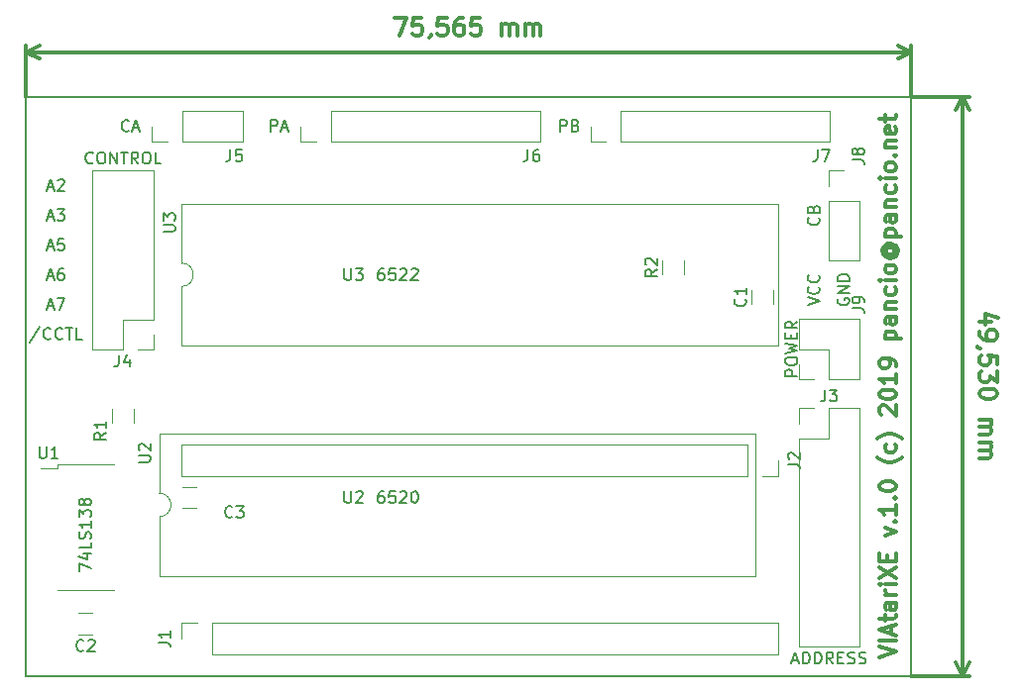
<source format=gbr>
G04 #@! TF.GenerationSoftware,KiCad,Pcbnew,5.0.2-bee76a0~70~ubuntu16.04.1*
G04 #@! TF.CreationDate,2019-06-09T21:59:07+02:00*
G04 #@! TF.ProjectId,VIAxe,56494178-652e-46b6-9963-61645f706362,rev?*
G04 #@! TF.SameCoordinates,Original*
G04 #@! TF.FileFunction,Legend,Top*
G04 #@! TF.FilePolarity,Positive*
%FSLAX46Y46*%
G04 Gerber Fmt 4.6, Leading zero omitted, Abs format (unit mm)*
G04 Created by KiCad (PCBNEW 5.0.2-bee76a0~70~ubuntu16.04.1) date nie, 9 cze 2019, 21:59:07*
%MOMM*%
%LPD*%
G01*
G04 APERTURE LIST*
%ADD10C,0.300000*%
%ADD11C,0.200000*%
%ADD12C,0.120000*%
%ADD13C,0.150000*%
G04 APERTURE END LIST*
D10*
X63881785Y-42798571D02*
X64881785Y-42798571D01*
X64238928Y-44298571D01*
X66167500Y-42798571D02*
X65453214Y-42798571D01*
X65381785Y-43512857D01*
X65453214Y-43441428D01*
X65596071Y-43370000D01*
X65953214Y-43370000D01*
X66096071Y-43441428D01*
X66167500Y-43512857D01*
X66238928Y-43655714D01*
X66238928Y-44012857D01*
X66167500Y-44155714D01*
X66096071Y-44227142D01*
X65953214Y-44298571D01*
X65596071Y-44298571D01*
X65453214Y-44227142D01*
X65381785Y-44155714D01*
X66953214Y-44227142D02*
X66953214Y-44298571D01*
X66881785Y-44441428D01*
X66810357Y-44512857D01*
X68310357Y-42798571D02*
X67596071Y-42798571D01*
X67524642Y-43512857D01*
X67596071Y-43441428D01*
X67738928Y-43370000D01*
X68096071Y-43370000D01*
X68238928Y-43441428D01*
X68310357Y-43512857D01*
X68381785Y-43655714D01*
X68381785Y-44012857D01*
X68310357Y-44155714D01*
X68238928Y-44227142D01*
X68096071Y-44298571D01*
X67738928Y-44298571D01*
X67596071Y-44227142D01*
X67524642Y-44155714D01*
X69667500Y-42798571D02*
X69381785Y-42798571D01*
X69238928Y-42870000D01*
X69167500Y-42941428D01*
X69024642Y-43155714D01*
X68953214Y-43441428D01*
X68953214Y-44012857D01*
X69024642Y-44155714D01*
X69096071Y-44227142D01*
X69238928Y-44298571D01*
X69524642Y-44298571D01*
X69667500Y-44227142D01*
X69738928Y-44155714D01*
X69810357Y-44012857D01*
X69810357Y-43655714D01*
X69738928Y-43512857D01*
X69667500Y-43441428D01*
X69524642Y-43370000D01*
X69238928Y-43370000D01*
X69096071Y-43441428D01*
X69024642Y-43512857D01*
X68953214Y-43655714D01*
X71167500Y-42798571D02*
X70453214Y-42798571D01*
X70381785Y-43512857D01*
X70453214Y-43441428D01*
X70596071Y-43370000D01*
X70953214Y-43370000D01*
X71096071Y-43441428D01*
X71167500Y-43512857D01*
X71238928Y-43655714D01*
X71238928Y-44012857D01*
X71167500Y-44155714D01*
X71096071Y-44227142D01*
X70953214Y-44298571D01*
X70596071Y-44298571D01*
X70453214Y-44227142D01*
X70381785Y-44155714D01*
X73024642Y-44298571D02*
X73024642Y-43298571D01*
X73024642Y-43441428D02*
X73096071Y-43370000D01*
X73238928Y-43298571D01*
X73453214Y-43298571D01*
X73596071Y-43370000D01*
X73667500Y-43512857D01*
X73667500Y-44298571D01*
X73667500Y-43512857D02*
X73738928Y-43370000D01*
X73881785Y-43298571D01*
X74096071Y-43298571D01*
X74238928Y-43370000D01*
X74310357Y-43512857D01*
X74310357Y-44298571D01*
X75024642Y-44298571D02*
X75024642Y-43298571D01*
X75024642Y-43441428D02*
X75096071Y-43370000D01*
X75238928Y-43298571D01*
X75453214Y-43298571D01*
X75596071Y-43370000D01*
X75667500Y-43512857D01*
X75667500Y-44298571D01*
X75667500Y-43512857D02*
X75738928Y-43370000D01*
X75881785Y-43298571D01*
X76096071Y-43298571D01*
X76238928Y-43370000D01*
X76310357Y-43512857D01*
X76310357Y-44298571D01*
X32385000Y-45720000D02*
X107950000Y-45720000D01*
X32385000Y-49530000D02*
X32385000Y-45133579D01*
X107950000Y-49530000D02*
X107950000Y-45133579D01*
X107950000Y-45720000D02*
X106823496Y-46306421D01*
X107950000Y-45720000D02*
X106823496Y-45133579D01*
X32385000Y-45720000D02*
X33511504Y-46306421D01*
X32385000Y-45720000D02*
X33511504Y-45133579D01*
X114816428Y-68795000D02*
X113816428Y-68795000D01*
X115387857Y-68437857D02*
X114316428Y-68080714D01*
X114316428Y-69009285D01*
X113816428Y-69652142D02*
X113816428Y-69937857D01*
X113887857Y-70080714D01*
X113959285Y-70152142D01*
X114173571Y-70295000D01*
X114459285Y-70366428D01*
X115030714Y-70366428D01*
X115173571Y-70295000D01*
X115245000Y-70223571D01*
X115316428Y-70080714D01*
X115316428Y-69795000D01*
X115245000Y-69652142D01*
X115173571Y-69580714D01*
X115030714Y-69509285D01*
X114673571Y-69509285D01*
X114530714Y-69580714D01*
X114459285Y-69652142D01*
X114387857Y-69795000D01*
X114387857Y-70080714D01*
X114459285Y-70223571D01*
X114530714Y-70295000D01*
X114673571Y-70366428D01*
X113887857Y-71080714D02*
X113816428Y-71080714D01*
X113673571Y-71009285D01*
X113602142Y-70937857D01*
X115316428Y-72437857D02*
X115316428Y-71723571D01*
X114602142Y-71652142D01*
X114673571Y-71723571D01*
X114745000Y-71866428D01*
X114745000Y-72223571D01*
X114673571Y-72366428D01*
X114602142Y-72437857D01*
X114459285Y-72509285D01*
X114102142Y-72509285D01*
X113959285Y-72437857D01*
X113887857Y-72366428D01*
X113816428Y-72223571D01*
X113816428Y-71866428D01*
X113887857Y-71723571D01*
X113959285Y-71652142D01*
X115316428Y-73009285D02*
X115316428Y-73937857D01*
X114745000Y-73437857D01*
X114745000Y-73652142D01*
X114673571Y-73795000D01*
X114602142Y-73866428D01*
X114459285Y-73937857D01*
X114102142Y-73937857D01*
X113959285Y-73866428D01*
X113887857Y-73795000D01*
X113816428Y-73652142D01*
X113816428Y-73223571D01*
X113887857Y-73080714D01*
X113959285Y-73009285D01*
X115316428Y-74866428D02*
X115316428Y-75009285D01*
X115245000Y-75152142D01*
X115173571Y-75223571D01*
X115030714Y-75295000D01*
X114745000Y-75366428D01*
X114387857Y-75366428D01*
X114102142Y-75295000D01*
X113959285Y-75223571D01*
X113887857Y-75152142D01*
X113816428Y-75009285D01*
X113816428Y-74866428D01*
X113887857Y-74723571D01*
X113959285Y-74652142D01*
X114102142Y-74580714D01*
X114387857Y-74509285D01*
X114745000Y-74509285D01*
X115030714Y-74580714D01*
X115173571Y-74652142D01*
X115245000Y-74723571D01*
X115316428Y-74866428D01*
X113816428Y-77152142D02*
X114816428Y-77152142D01*
X114673571Y-77152142D02*
X114745000Y-77223571D01*
X114816428Y-77366428D01*
X114816428Y-77580714D01*
X114745000Y-77723571D01*
X114602142Y-77795000D01*
X113816428Y-77795000D01*
X114602142Y-77795000D02*
X114745000Y-77866428D01*
X114816428Y-78009285D01*
X114816428Y-78223571D01*
X114745000Y-78366428D01*
X114602142Y-78437857D01*
X113816428Y-78437857D01*
X113816428Y-79152142D02*
X114816428Y-79152142D01*
X114673571Y-79152142D02*
X114745000Y-79223571D01*
X114816428Y-79366428D01*
X114816428Y-79580714D01*
X114745000Y-79723571D01*
X114602142Y-79795000D01*
X113816428Y-79795000D01*
X114602142Y-79795000D02*
X114745000Y-79866428D01*
X114816428Y-80009285D01*
X114816428Y-80223571D01*
X114745000Y-80366428D01*
X114602142Y-80437857D01*
X113816428Y-80437857D01*
X112395000Y-49530000D02*
X112395000Y-99060000D01*
X107950000Y-49530000D02*
X112981421Y-49530000D01*
X107950000Y-99060000D02*
X112981421Y-99060000D01*
X112395000Y-99060000D02*
X111808579Y-97933496D01*
X112395000Y-99060000D02*
X112981421Y-97933496D01*
X112395000Y-49530000D02*
X111808579Y-50656504D01*
X112395000Y-49530000D02*
X112981421Y-50656504D01*
D11*
X101735000Y-66801904D02*
X101687380Y-66897142D01*
X101687380Y-67040000D01*
X101735000Y-67182857D01*
X101830238Y-67278095D01*
X101925476Y-67325714D01*
X102115952Y-67373333D01*
X102258809Y-67373333D01*
X102449285Y-67325714D01*
X102544523Y-67278095D01*
X102639761Y-67182857D01*
X102687380Y-67040000D01*
X102687380Y-66944761D01*
X102639761Y-66801904D01*
X102592142Y-66754285D01*
X102258809Y-66754285D01*
X102258809Y-66944761D01*
X102687380Y-66325714D02*
X101687380Y-66325714D01*
X102687380Y-65754285D01*
X101687380Y-65754285D01*
X102687380Y-65278095D02*
X101687380Y-65278095D01*
X101687380Y-65040000D01*
X101735000Y-64897142D01*
X101830238Y-64801904D01*
X101925476Y-64754285D01*
X102115952Y-64706666D01*
X102258809Y-64706666D01*
X102449285Y-64754285D01*
X102544523Y-64801904D01*
X102639761Y-64897142D01*
X102687380Y-65040000D01*
X102687380Y-65278095D01*
X99147380Y-67373333D02*
X100147380Y-67040000D01*
X99147380Y-66706666D01*
X100052142Y-65801904D02*
X100099761Y-65849523D01*
X100147380Y-65992380D01*
X100147380Y-66087619D01*
X100099761Y-66230476D01*
X100004523Y-66325714D01*
X99909285Y-66373333D01*
X99718809Y-66420952D01*
X99575952Y-66420952D01*
X99385476Y-66373333D01*
X99290238Y-66325714D01*
X99195000Y-66230476D01*
X99147380Y-66087619D01*
X99147380Y-65992380D01*
X99195000Y-65849523D01*
X99242619Y-65801904D01*
X100052142Y-64801904D02*
X100099761Y-64849523D01*
X100147380Y-64992380D01*
X100147380Y-65087619D01*
X100099761Y-65230476D01*
X100004523Y-65325714D01*
X99909285Y-65373333D01*
X99718809Y-65420952D01*
X99575952Y-65420952D01*
X99385476Y-65373333D01*
X99290238Y-65325714D01*
X99195000Y-65230476D01*
X99147380Y-65087619D01*
X99147380Y-64992380D01*
X99195000Y-64849523D01*
X99242619Y-64801904D01*
X32385000Y-99060000D02*
X32385000Y-49530000D01*
X107950000Y-99060000D02*
X32385000Y-99060000D01*
X107950000Y-49530000D02*
X107950000Y-99060000D01*
X32385000Y-49530000D02*
X107950000Y-49530000D01*
D10*
X105278333Y-97461666D02*
X106678333Y-96995000D01*
X105278333Y-96528333D01*
X106678333Y-96061666D02*
X105278333Y-96061666D01*
X106278333Y-95461666D02*
X106278333Y-94795000D01*
X106678333Y-95595000D02*
X105278333Y-95128333D01*
X106678333Y-94661666D01*
X105745000Y-94395000D02*
X105745000Y-93861666D01*
X105278333Y-94195000D02*
X106478333Y-94195000D01*
X106611666Y-94128333D01*
X106678333Y-93995000D01*
X106678333Y-93861666D01*
X106678333Y-92795000D02*
X105945000Y-92795000D01*
X105811666Y-92861666D01*
X105745000Y-92995000D01*
X105745000Y-93261666D01*
X105811666Y-93395000D01*
X106611666Y-92795000D02*
X106678333Y-92928333D01*
X106678333Y-93261666D01*
X106611666Y-93395000D01*
X106478333Y-93461666D01*
X106345000Y-93461666D01*
X106211666Y-93395000D01*
X106145000Y-93261666D01*
X106145000Y-92928333D01*
X106078333Y-92795000D01*
X106678333Y-92128333D02*
X105745000Y-92128333D01*
X106011666Y-92128333D02*
X105878333Y-92061666D01*
X105811666Y-91995000D01*
X105745000Y-91861666D01*
X105745000Y-91728333D01*
X106678333Y-91261666D02*
X105745000Y-91261666D01*
X105278333Y-91261666D02*
X105345000Y-91328333D01*
X105411666Y-91261666D01*
X105345000Y-91195000D01*
X105278333Y-91261666D01*
X105411666Y-91261666D01*
X105278333Y-90728333D02*
X106678333Y-89795000D01*
X105278333Y-89795000D02*
X106678333Y-90728333D01*
X105945000Y-89261666D02*
X105945000Y-88795000D01*
X106678333Y-88595000D02*
X106678333Y-89261666D01*
X105278333Y-89261666D01*
X105278333Y-88595000D01*
X105745000Y-87061666D02*
X106678333Y-86728333D01*
X105745000Y-86395000D01*
X106545000Y-85861666D02*
X106611666Y-85795000D01*
X106678333Y-85861666D01*
X106611666Y-85928333D01*
X106545000Y-85861666D01*
X106678333Y-85861666D01*
X106678333Y-84461666D02*
X106678333Y-85261666D01*
X106678333Y-84861666D02*
X105278333Y-84861666D01*
X105478333Y-84995000D01*
X105611666Y-85128333D01*
X105678333Y-85261666D01*
X106545000Y-83861666D02*
X106611666Y-83795000D01*
X106678333Y-83861666D01*
X106611666Y-83928333D01*
X106545000Y-83861666D01*
X106678333Y-83861666D01*
X105278333Y-82928333D02*
X105278333Y-82795000D01*
X105345000Y-82661666D01*
X105411666Y-82595000D01*
X105545000Y-82528333D01*
X105811666Y-82461666D01*
X106145000Y-82461666D01*
X106411666Y-82528333D01*
X106545000Y-82595000D01*
X106611666Y-82661666D01*
X106678333Y-82795000D01*
X106678333Y-82928333D01*
X106611666Y-83061666D01*
X106545000Y-83128333D01*
X106411666Y-83195000D01*
X106145000Y-83261666D01*
X105811666Y-83261666D01*
X105545000Y-83195000D01*
X105411666Y-83128333D01*
X105345000Y-83061666D01*
X105278333Y-82928333D01*
X107211666Y-80395000D02*
X107145000Y-80461666D01*
X106945000Y-80595000D01*
X106811666Y-80661666D01*
X106611666Y-80728333D01*
X106278333Y-80795000D01*
X106011666Y-80795000D01*
X105678333Y-80728333D01*
X105478333Y-80661666D01*
X105345000Y-80595000D01*
X105145000Y-80461666D01*
X105078333Y-80395000D01*
X106611666Y-79261666D02*
X106678333Y-79395000D01*
X106678333Y-79661666D01*
X106611666Y-79795000D01*
X106545000Y-79861666D01*
X106411666Y-79928333D01*
X106011666Y-79928333D01*
X105878333Y-79861666D01*
X105811666Y-79795000D01*
X105745000Y-79661666D01*
X105745000Y-79395000D01*
X105811666Y-79261666D01*
X107211666Y-78795000D02*
X107145000Y-78728333D01*
X106945000Y-78595000D01*
X106811666Y-78528333D01*
X106611666Y-78461666D01*
X106278333Y-78395000D01*
X106011666Y-78395000D01*
X105678333Y-78461666D01*
X105478333Y-78528333D01*
X105345000Y-78595000D01*
X105145000Y-78728333D01*
X105078333Y-78795000D01*
X105411666Y-76728333D02*
X105345000Y-76661666D01*
X105278333Y-76528333D01*
X105278333Y-76195000D01*
X105345000Y-76061666D01*
X105411666Y-75995000D01*
X105545000Y-75928333D01*
X105678333Y-75928333D01*
X105878333Y-75995000D01*
X106678333Y-76795000D01*
X106678333Y-75928333D01*
X105278333Y-75061666D02*
X105278333Y-74928333D01*
X105345000Y-74795000D01*
X105411666Y-74728333D01*
X105545000Y-74661666D01*
X105811666Y-74595000D01*
X106145000Y-74595000D01*
X106411666Y-74661666D01*
X106545000Y-74728333D01*
X106611666Y-74795000D01*
X106678333Y-74928333D01*
X106678333Y-75061666D01*
X106611666Y-75195000D01*
X106545000Y-75261666D01*
X106411666Y-75328333D01*
X106145000Y-75395000D01*
X105811666Y-75395000D01*
X105545000Y-75328333D01*
X105411666Y-75261666D01*
X105345000Y-75195000D01*
X105278333Y-75061666D01*
X106678333Y-73261666D02*
X106678333Y-74061666D01*
X106678333Y-73661666D02*
X105278333Y-73661666D01*
X105478333Y-73795000D01*
X105611666Y-73928333D01*
X105678333Y-74061666D01*
X106678333Y-72595000D02*
X106678333Y-72328333D01*
X106611666Y-72195000D01*
X106545000Y-72128333D01*
X106345000Y-71995000D01*
X106078333Y-71928333D01*
X105545000Y-71928333D01*
X105411666Y-71995000D01*
X105345000Y-72061666D01*
X105278333Y-72195000D01*
X105278333Y-72461666D01*
X105345000Y-72595000D01*
X105411666Y-72661666D01*
X105545000Y-72728333D01*
X105878333Y-72728333D01*
X106011666Y-72661666D01*
X106078333Y-72595000D01*
X106145000Y-72461666D01*
X106145000Y-72195000D01*
X106078333Y-72061666D01*
X106011666Y-71995000D01*
X105878333Y-71928333D01*
X105745000Y-70261666D02*
X107145000Y-70261666D01*
X105811666Y-70261666D02*
X105745000Y-70128333D01*
X105745000Y-69861666D01*
X105811666Y-69728333D01*
X105878333Y-69661666D01*
X106011666Y-69595000D01*
X106411666Y-69595000D01*
X106545000Y-69661666D01*
X106611666Y-69728333D01*
X106678333Y-69861666D01*
X106678333Y-70128333D01*
X106611666Y-70261666D01*
X106678333Y-68395000D02*
X105945000Y-68395000D01*
X105811666Y-68461666D01*
X105745000Y-68595000D01*
X105745000Y-68861666D01*
X105811666Y-68995000D01*
X106611666Y-68395000D02*
X106678333Y-68528333D01*
X106678333Y-68861666D01*
X106611666Y-68995000D01*
X106478333Y-69061666D01*
X106345000Y-69061666D01*
X106211666Y-68995000D01*
X106145000Y-68861666D01*
X106145000Y-68528333D01*
X106078333Y-68395000D01*
X105745000Y-67728333D02*
X106678333Y-67728333D01*
X105878333Y-67728333D02*
X105811666Y-67661666D01*
X105745000Y-67528333D01*
X105745000Y-67328333D01*
X105811666Y-67195000D01*
X105945000Y-67128333D01*
X106678333Y-67128333D01*
X106611666Y-65861666D02*
X106678333Y-65995000D01*
X106678333Y-66261666D01*
X106611666Y-66395000D01*
X106545000Y-66461666D01*
X106411666Y-66528333D01*
X106011666Y-66528333D01*
X105878333Y-66461666D01*
X105811666Y-66395000D01*
X105745000Y-66261666D01*
X105745000Y-65995000D01*
X105811666Y-65861666D01*
X106678333Y-65261666D02*
X105745000Y-65261666D01*
X105278333Y-65261666D02*
X105345000Y-65328333D01*
X105411666Y-65261666D01*
X105345000Y-65195000D01*
X105278333Y-65261666D01*
X105411666Y-65261666D01*
X106678333Y-64395000D02*
X106611666Y-64528333D01*
X106545000Y-64595000D01*
X106411666Y-64661666D01*
X106011666Y-64661666D01*
X105878333Y-64595000D01*
X105811666Y-64528333D01*
X105745000Y-64395000D01*
X105745000Y-64195000D01*
X105811666Y-64061666D01*
X105878333Y-63995000D01*
X106011666Y-63928333D01*
X106411666Y-63928333D01*
X106545000Y-63995000D01*
X106611666Y-64061666D01*
X106678333Y-64195000D01*
X106678333Y-64395000D01*
X106011666Y-62461666D02*
X105945000Y-62528333D01*
X105878333Y-62661666D01*
X105878333Y-62795000D01*
X105945000Y-62928333D01*
X106011666Y-62995000D01*
X106145000Y-63061666D01*
X106278333Y-63061666D01*
X106411666Y-62995000D01*
X106478333Y-62928333D01*
X106545000Y-62795000D01*
X106545000Y-62661666D01*
X106478333Y-62528333D01*
X106411666Y-62461666D01*
X105878333Y-62461666D02*
X106411666Y-62461666D01*
X106478333Y-62395000D01*
X106478333Y-62328333D01*
X106411666Y-62195000D01*
X106278333Y-62128333D01*
X105945000Y-62128333D01*
X105745000Y-62261666D01*
X105611666Y-62461666D01*
X105545000Y-62728333D01*
X105611666Y-62995000D01*
X105745000Y-63195000D01*
X105945000Y-63328333D01*
X106211666Y-63395000D01*
X106478333Y-63328333D01*
X106678333Y-63195000D01*
X106811666Y-62995000D01*
X106878333Y-62728333D01*
X106811666Y-62461666D01*
X106678333Y-62261666D01*
X105745000Y-61528333D02*
X107145000Y-61528333D01*
X105811666Y-61528333D02*
X105745000Y-61395000D01*
X105745000Y-61128333D01*
X105811666Y-60995000D01*
X105878333Y-60928333D01*
X106011666Y-60861666D01*
X106411666Y-60861666D01*
X106545000Y-60928333D01*
X106611666Y-60995000D01*
X106678333Y-61128333D01*
X106678333Y-61395000D01*
X106611666Y-61528333D01*
X106678333Y-59661666D02*
X105945000Y-59661666D01*
X105811666Y-59728333D01*
X105745000Y-59861666D01*
X105745000Y-60128333D01*
X105811666Y-60261666D01*
X106611666Y-59661666D02*
X106678333Y-59795000D01*
X106678333Y-60128333D01*
X106611666Y-60261666D01*
X106478333Y-60328333D01*
X106345000Y-60328333D01*
X106211666Y-60261666D01*
X106145000Y-60128333D01*
X106145000Y-59795000D01*
X106078333Y-59661666D01*
X105745000Y-58995000D02*
X106678333Y-58995000D01*
X105878333Y-58995000D02*
X105811666Y-58928333D01*
X105745000Y-58795000D01*
X105745000Y-58595000D01*
X105811666Y-58461666D01*
X105945000Y-58395000D01*
X106678333Y-58395000D01*
X106611666Y-57128333D02*
X106678333Y-57261666D01*
X106678333Y-57528333D01*
X106611666Y-57661666D01*
X106545000Y-57728333D01*
X106411666Y-57795000D01*
X106011666Y-57795000D01*
X105878333Y-57728333D01*
X105811666Y-57661666D01*
X105745000Y-57528333D01*
X105745000Y-57261666D01*
X105811666Y-57128333D01*
X106678333Y-56528333D02*
X105745000Y-56528333D01*
X105278333Y-56528333D02*
X105345000Y-56595000D01*
X105411666Y-56528333D01*
X105345000Y-56461666D01*
X105278333Y-56528333D01*
X105411666Y-56528333D01*
X106678333Y-55661666D02*
X106611666Y-55795000D01*
X106545000Y-55861666D01*
X106411666Y-55928333D01*
X106011666Y-55928333D01*
X105878333Y-55861666D01*
X105811666Y-55795000D01*
X105745000Y-55661666D01*
X105745000Y-55461666D01*
X105811666Y-55328333D01*
X105878333Y-55261666D01*
X106011666Y-55195000D01*
X106411666Y-55195000D01*
X106545000Y-55261666D01*
X106611666Y-55328333D01*
X106678333Y-55461666D01*
X106678333Y-55661666D01*
X106545000Y-54595000D02*
X106611666Y-54528333D01*
X106678333Y-54595000D01*
X106611666Y-54661666D01*
X106545000Y-54595000D01*
X106678333Y-54595000D01*
X105745000Y-53928333D02*
X106678333Y-53928333D01*
X105878333Y-53928333D02*
X105811666Y-53861666D01*
X105745000Y-53728333D01*
X105745000Y-53528333D01*
X105811666Y-53395000D01*
X105945000Y-53328333D01*
X106678333Y-53328333D01*
X106611666Y-52128333D02*
X106678333Y-52261666D01*
X106678333Y-52528333D01*
X106611666Y-52661666D01*
X106478333Y-52728333D01*
X105945000Y-52728333D01*
X105811666Y-52661666D01*
X105745000Y-52528333D01*
X105745000Y-52261666D01*
X105811666Y-52128333D01*
X105945000Y-52061666D01*
X106078333Y-52061666D01*
X106211666Y-52728333D01*
X105745000Y-51661666D02*
X105745000Y-51128333D01*
X105278333Y-51461666D02*
X106478333Y-51461666D01*
X106611666Y-51395000D01*
X106678333Y-51261666D01*
X106678333Y-51128333D01*
D11*
X34210714Y-67476666D02*
X34686904Y-67476666D01*
X34115476Y-67762380D02*
X34448809Y-66762380D01*
X34782142Y-67762380D01*
X35020238Y-66762380D02*
X35686904Y-66762380D01*
X35258333Y-67762380D01*
X33567857Y-69254761D02*
X32710714Y-70540476D01*
X34472619Y-70207142D02*
X34425000Y-70254761D01*
X34282142Y-70302380D01*
X34186904Y-70302380D01*
X34044047Y-70254761D01*
X33948809Y-70159523D01*
X33901190Y-70064285D01*
X33853571Y-69873809D01*
X33853571Y-69730952D01*
X33901190Y-69540476D01*
X33948809Y-69445238D01*
X34044047Y-69350000D01*
X34186904Y-69302380D01*
X34282142Y-69302380D01*
X34425000Y-69350000D01*
X34472619Y-69397619D01*
X35472619Y-70207142D02*
X35425000Y-70254761D01*
X35282142Y-70302380D01*
X35186904Y-70302380D01*
X35044047Y-70254761D01*
X34948809Y-70159523D01*
X34901190Y-70064285D01*
X34853571Y-69873809D01*
X34853571Y-69730952D01*
X34901190Y-69540476D01*
X34948809Y-69445238D01*
X35044047Y-69350000D01*
X35186904Y-69302380D01*
X35282142Y-69302380D01*
X35425000Y-69350000D01*
X35472619Y-69397619D01*
X35758333Y-69302380D02*
X36329761Y-69302380D01*
X36044047Y-70302380D02*
X36044047Y-69302380D01*
X37139285Y-70302380D02*
X36663095Y-70302380D01*
X36663095Y-69302380D01*
X34210714Y-62396666D02*
X34686904Y-62396666D01*
X34115476Y-62682380D02*
X34448809Y-61682380D01*
X34782142Y-62682380D01*
X35591666Y-61682380D02*
X35115476Y-61682380D01*
X35067857Y-62158571D01*
X35115476Y-62110952D01*
X35210714Y-62063333D01*
X35448809Y-62063333D01*
X35544047Y-62110952D01*
X35591666Y-62158571D01*
X35639285Y-62253809D01*
X35639285Y-62491904D01*
X35591666Y-62587142D01*
X35544047Y-62634761D01*
X35448809Y-62682380D01*
X35210714Y-62682380D01*
X35115476Y-62634761D01*
X35067857Y-62587142D01*
X34210714Y-64936666D02*
X34686904Y-64936666D01*
X34115476Y-65222380D02*
X34448809Y-64222380D01*
X34782142Y-65222380D01*
X35544047Y-64222380D02*
X35353571Y-64222380D01*
X35258333Y-64270000D01*
X35210714Y-64317619D01*
X35115476Y-64460476D01*
X35067857Y-64650952D01*
X35067857Y-65031904D01*
X35115476Y-65127142D01*
X35163095Y-65174761D01*
X35258333Y-65222380D01*
X35448809Y-65222380D01*
X35544047Y-65174761D01*
X35591666Y-65127142D01*
X35639285Y-65031904D01*
X35639285Y-64793809D01*
X35591666Y-64698571D01*
X35544047Y-64650952D01*
X35448809Y-64603333D01*
X35258333Y-64603333D01*
X35163095Y-64650952D01*
X35115476Y-64698571D01*
X35067857Y-64793809D01*
X34210714Y-59856666D02*
X34686904Y-59856666D01*
X34115476Y-60142380D02*
X34448809Y-59142380D01*
X34782142Y-60142380D01*
X35020238Y-59142380D02*
X35639285Y-59142380D01*
X35305952Y-59523333D01*
X35448809Y-59523333D01*
X35544047Y-59570952D01*
X35591666Y-59618571D01*
X35639285Y-59713809D01*
X35639285Y-59951904D01*
X35591666Y-60047142D01*
X35544047Y-60094761D01*
X35448809Y-60142380D01*
X35163095Y-60142380D01*
X35067857Y-60094761D01*
X35020238Y-60047142D01*
X34210714Y-57316666D02*
X34686904Y-57316666D01*
X34115476Y-57602380D02*
X34448809Y-56602380D01*
X34782142Y-57602380D01*
X35067857Y-56697619D02*
X35115476Y-56650000D01*
X35210714Y-56602380D01*
X35448809Y-56602380D01*
X35544047Y-56650000D01*
X35591666Y-56697619D01*
X35639285Y-56792857D01*
X35639285Y-56888095D01*
X35591666Y-57030952D01*
X35020238Y-57602380D01*
X35639285Y-57602380D01*
D12*
G04 #@! TO.C,U2*
X43755000Y-78395000D02*
X43755000Y-83455000D01*
X94675000Y-78395000D02*
X43755000Y-78395000D01*
X94675000Y-90515000D02*
X94675000Y-78395000D01*
X43755000Y-90515000D02*
X94675000Y-90515000D01*
X43755000Y-85455000D02*
X43755000Y-90515000D01*
X43755000Y-83455000D02*
G75*
G02X43755000Y-85455000I0J-1000000D01*
G01*
G04 #@! TO.C,U3*
X45660000Y-63770000D02*
G75*
G02X45660000Y-65770000I0J-1000000D01*
G01*
X45660000Y-65770000D02*
X45660000Y-70830000D01*
X45660000Y-70830000D02*
X96580000Y-70830000D01*
X96580000Y-70830000D02*
X96580000Y-58710000D01*
X96580000Y-58710000D02*
X45660000Y-58710000D01*
X45660000Y-58710000D02*
X45660000Y-63770000D01*
G04 #@! TO.C,J1*
X48260000Y-97215000D02*
X48260000Y-94555000D01*
X48260000Y-97215000D02*
X96580000Y-97215000D01*
X96580000Y-97215000D02*
X96580000Y-94555000D01*
X48260000Y-94555000D02*
X96580000Y-94555000D01*
X45660000Y-94555000D02*
X46990000Y-94555000D01*
X45660000Y-95885000D02*
X45660000Y-94555000D01*
G04 #@! TO.C,J2*
X96580000Y-80645000D02*
X96580000Y-81975000D01*
X96580000Y-81975000D02*
X95250000Y-81975000D01*
X93980000Y-81975000D02*
X45660000Y-81975000D01*
X45660000Y-79315000D02*
X45660000Y-81975000D01*
X93980000Y-79315000D02*
X45660000Y-79315000D01*
X93980000Y-79315000D02*
X93980000Y-81975000D01*
G04 #@! TO.C,J3*
X98365000Y-96580000D02*
X103565000Y-96580000D01*
X98365000Y-78740000D02*
X98365000Y-96580000D01*
X103565000Y-76140000D02*
X103565000Y-96580000D01*
X98365000Y-78740000D02*
X100965000Y-78740000D01*
X100965000Y-78740000D02*
X100965000Y-76140000D01*
X100965000Y-76140000D02*
X103565000Y-76140000D01*
X98365000Y-77470000D02*
X98365000Y-76140000D01*
X98365000Y-76140000D02*
X99695000Y-76140000D01*
G04 #@! TO.C,C1*
X94340000Y-67277064D02*
X94340000Y-66072936D01*
X96160000Y-67277064D02*
X96160000Y-66072936D01*
G04 #@! TO.C,C2*
X38067064Y-93705000D02*
X36862936Y-93705000D01*
X38067064Y-95525000D02*
X36862936Y-95525000D01*
G04 #@! TO.C,C3*
X45752936Y-82910000D02*
X46957064Y-82910000D01*
X45752936Y-84730000D02*
X46957064Y-84730000D01*
G04 #@! TO.C,R1*
X39730000Y-77437064D02*
X39730000Y-76232936D01*
X41550000Y-77437064D02*
X41550000Y-76232936D01*
G04 #@! TO.C,J5*
X50860000Y-53400000D02*
X50860000Y-50740000D01*
X45720000Y-53400000D02*
X50860000Y-53400000D01*
X45720000Y-50740000D02*
X50860000Y-50740000D01*
X45720000Y-53400000D02*
X45720000Y-50740000D01*
X44450000Y-53400000D02*
X43120000Y-53400000D01*
X43120000Y-53400000D02*
X43120000Y-52070000D01*
G04 #@! TO.C,J6*
X76260000Y-53400000D02*
X76260000Y-50740000D01*
X58420000Y-53400000D02*
X76260000Y-53400000D01*
X58420000Y-50740000D02*
X76260000Y-50740000D01*
X58420000Y-53400000D02*
X58420000Y-50740000D01*
X57150000Y-53400000D02*
X55820000Y-53400000D01*
X55820000Y-53400000D02*
X55820000Y-52070000D01*
G04 #@! TO.C,J7*
X80585000Y-53400000D02*
X80585000Y-52070000D01*
X81915000Y-53400000D02*
X80585000Y-53400000D01*
X83185000Y-53400000D02*
X83185000Y-50740000D01*
X83185000Y-50740000D02*
X101025000Y-50740000D01*
X83185000Y-53400000D02*
X101025000Y-53400000D01*
X101025000Y-53400000D02*
X101025000Y-50740000D01*
G04 #@! TO.C,J8*
X100905000Y-55820000D02*
X102235000Y-55820000D01*
X100905000Y-57150000D02*
X100905000Y-55820000D01*
X100905000Y-58420000D02*
X103565000Y-58420000D01*
X103565000Y-58420000D02*
X103565000Y-63560000D01*
X100905000Y-58420000D02*
X100905000Y-63560000D01*
X100905000Y-63560000D02*
X103565000Y-63560000D01*
G04 #@! TO.C,U1*
X35065000Y-80960000D02*
X35065000Y-81360000D01*
X35065000Y-81360000D02*
X33665000Y-81360000D01*
X35065000Y-80960000D02*
X39865000Y-80960000D01*
X35065000Y-91760000D02*
X39865000Y-91760000D01*
G04 #@! TO.C,J4*
X43240000Y-55820000D02*
X38040000Y-55820000D01*
X43240000Y-68580000D02*
X43240000Y-55820000D01*
X38040000Y-71180000D02*
X38040000Y-55820000D01*
X43240000Y-68580000D02*
X40640000Y-68580000D01*
X40640000Y-68580000D02*
X40640000Y-71180000D01*
X40640000Y-71180000D02*
X38040000Y-71180000D01*
X43240000Y-69850000D02*
X43240000Y-71180000D01*
X43240000Y-71180000D02*
X41910000Y-71180000D01*
G04 #@! TO.C,J9*
X103565000Y-73720000D02*
X103565000Y-68520000D01*
X100965000Y-73720000D02*
X103565000Y-73720000D01*
X98365000Y-68520000D02*
X103565000Y-68520000D01*
X100965000Y-73720000D02*
X100965000Y-71120000D01*
X100965000Y-71120000D02*
X98365000Y-71120000D01*
X98365000Y-71120000D02*
X98365000Y-68520000D01*
X99695000Y-73720000D02*
X98365000Y-73720000D01*
X98365000Y-73720000D02*
X98365000Y-72390000D01*
G04 #@! TO.C,R2*
X86720000Y-64737064D02*
X86720000Y-63532936D01*
X88540000Y-64737064D02*
X88540000Y-63532936D01*
G04 #@! TO.C,U2*
D13*
X41997380Y-80771904D02*
X42806904Y-80771904D01*
X42902142Y-80724285D01*
X42949761Y-80676666D01*
X42997380Y-80581428D01*
X42997380Y-80390952D01*
X42949761Y-80295714D01*
X42902142Y-80248095D01*
X42806904Y-80200476D01*
X41997380Y-80200476D01*
X42092619Y-79771904D02*
X42045000Y-79724285D01*
X41997380Y-79629047D01*
X41997380Y-79390952D01*
X42045000Y-79295714D01*
X42092619Y-79248095D01*
X42187857Y-79200476D01*
X42283095Y-79200476D01*
X42425952Y-79248095D01*
X42997380Y-79819523D01*
X42997380Y-79200476D01*
X62896904Y-83272380D02*
X62706428Y-83272380D01*
X62611190Y-83320000D01*
X62563571Y-83367619D01*
X62468333Y-83510476D01*
X62420714Y-83700952D01*
X62420714Y-84081904D01*
X62468333Y-84177142D01*
X62515952Y-84224761D01*
X62611190Y-84272380D01*
X62801666Y-84272380D01*
X62896904Y-84224761D01*
X62944523Y-84177142D01*
X62992142Y-84081904D01*
X62992142Y-83843809D01*
X62944523Y-83748571D01*
X62896904Y-83700952D01*
X62801666Y-83653333D01*
X62611190Y-83653333D01*
X62515952Y-83700952D01*
X62468333Y-83748571D01*
X62420714Y-83843809D01*
X63896904Y-83272380D02*
X63420714Y-83272380D01*
X63373095Y-83748571D01*
X63420714Y-83700952D01*
X63515952Y-83653333D01*
X63754047Y-83653333D01*
X63849285Y-83700952D01*
X63896904Y-83748571D01*
X63944523Y-83843809D01*
X63944523Y-84081904D01*
X63896904Y-84177142D01*
X63849285Y-84224761D01*
X63754047Y-84272380D01*
X63515952Y-84272380D01*
X63420714Y-84224761D01*
X63373095Y-84177142D01*
X64325476Y-83367619D02*
X64373095Y-83320000D01*
X64468333Y-83272380D01*
X64706428Y-83272380D01*
X64801666Y-83320000D01*
X64849285Y-83367619D01*
X64896904Y-83462857D01*
X64896904Y-83558095D01*
X64849285Y-83700952D01*
X64277857Y-84272380D01*
X64896904Y-84272380D01*
X65515952Y-83272380D02*
X65611190Y-83272380D01*
X65706428Y-83320000D01*
X65754047Y-83367619D01*
X65801666Y-83462857D01*
X65849285Y-83653333D01*
X65849285Y-83891428D01*
X65801666Y-84081904D01*
X65754047Y-84177142D01*
X65706428Y-84224761D01*
X65611190Y-84272380D01*
X65515952Y-84272380D01*
X65420714Y-84224761D01*
X65373095Y-84177142D01*
X65325476Y-84081904D01*
X65277857Y-83891428D01*
X65277857Y-83653333D01*
X65325476Y-83462857D01*
X65373095Y-83367619D01*
X65420714Y-83320000D01*
X65515952Y-83272380D01*
X59563095Y-83272380D02*
X59563095Y-84081904D01*
X59610714Y-84177142D01*
X59658333Y-84224761D01*
X59753571Y-84272380D01*
X59944047Y-84272380D01*
X60039285Y-84224761D01*
X60086904Y-84177142D01*
X60134523Y-84081904D01*
X60134523Y-83272380D01*
X60563095Y-83367619D02*
X60610714Y-83320000D01*
X60705952Y-83272380D01*
X60944047Y-83272380D01*
X61039285Y-83320000D01*
X61086904Y-83367619D01*
X61134523Y-83462857D01*
X61134523Y-83558095D01*
X61086904Y-83700952D01*
X60515476Y-84272380D01*
X61134523Y-84272380D01*
G04 #@! TO.C,U3*
X44112380Y-61086904D02*
X44921904Y-61086904D01*
X45017142Y-61039285D01*
X45064761Y-60991666D01*
X45112380Y-60896428D01*
X45112380Y-60705952D01*
X45064761Y-60610714D01*
X45017142Y-60563095D01*
X44921904Y-60515476D01*
X44112380Y-60515476D01*
X44112380Y-60134523D02*
X44112380Y-59515476D01*
X44493333Y-59848809D01*
X44493333Y-59705952D01*
X44540952Y-59610714D01*
X44588571Y-59563095D01*
X44683809Y-59515476D01*
X44921904Y-59515476D01*
X45017142Y-59563095D01*
X45064761Y-59610714D01*
X45112380Y-59705952D01*
X45112380Y-59991666D01*
X45064761Y-60086904D01*
X45017142Y-60134523D01*
X62896904Y-64222380D02*
X62706428Y-64222380D01*
X62611190Y-64270000D01*
X62563571Y-64317619D01*
X62468333Y-64460476D01*
X62420714Y-64650952D01*
X62420714Y-65031904D01*
X62468333Y-65127142D01*
X62515952Y-65174761D01*
X62611190Y-65222380D01*
X62801666Y-65222380D01*
X62896904Y-65174761D01*
X62944523Y-65127142D01*
X62992142Y-65031904D01*
X62992142Y-64793809D01*
X62944523Y-64698571D01*
X62896904Y-64650952D01*
X62801666Y-64603333D01*
X62611190Y-64603333D01*
X62515952Y-64650952D01*
X62468333Y-64698571D01*
X62420714Y-64793809D01*
X63896904Y-64222380D02*
X63420714Y-64222380D01*
X63373095Y-64698571D01*
X63420714Y-64650952D01*
X63515952Y-64603333D01*
X63754047Y-64603333D01*
X63849285Y-64650952D01*
X63896904Y-64698571D01*
X63944523Y-64793809D01*
X63944523Y-65031904D01*
X63896904Y-65127142D01*
X63849285Y-65174761D01*
X63754047Y-65222380D01*
X63515952Y-65222380D01*
X63420714Y-65174761D01*
X63373095Y-65127142D01*
X64325476Y-64317619D02*
X64373095Y-64270000D01*
X64468333Y-64222380D01*
X64706428Y-64222380D01*
X64801666Y-64270000D01*
X64849285Y-64317619D01*
X64896904Y-64412857D01*
X64896904Y-64508095D01*
X64849285Y-64650952D01*
X64277857Y-65222380D01*
X64896904Y-65222380D01*
X65277857Y-64317619D02*
X65325476Y-64270000D01*
X65420714Y-64222380D01*
X65658809Y-64222380D01*
X65754047Y-64270000D01*
X65801666Y-64317619D01*
X65849285Y-64412857D01*
X65849285Y-64508095D01*
X65801666Y-64650952D01*
X65230238Y-65222380D01*
X65849285Y-65222380D01*
X59563095Y-64222380D02*
X59563095Y-65031904D01*
X59610714Y-65127142D01*
X59658333Y-65174761D01*
X59753571Y-65222380D01*
X59944047Y-65222380D01*
X60039285Y-65174761D01*
X60086904Y-65127142D01*
X60134523Y-65031904D01*
X60134523Y-64222380D01*
X60515476Y-64222380D02*
X61134523Y-64222380D01*
X60801190Y-64603333D01*
X60944047Y-64603333D01*
X61039285Y-64650952D01*
X61086904Y-64698571D01*
X61134523Y-64793809D01*
X61134523Y-65031904D01*
X61086904Y-65127142D01*
X61039285Y-65174761D01*
X60944047Y-65222380D01*
X60658333Y-65222380D01*
X60563095Y-65174761D01*
X60515476Y-65127142D01*
G04 #@! TO.C,J1*
X43672380Y-96218333D02*
X44386666Y-96218333D01*
X44529523Y-96265952D01*
X44624761Y-96361190D01*
X44672380Y-96504047D01*
X44672380Y-96599285D01*
X44672380Y-95218333D02*
X44672380Y-95789761D01*
X44672380Y-95504047D02*
X43672380Y-95504047D01*
X43815238Y-95599285D01*
X43910476Y-95694523D01*
X43958095Y-95789761D01*
G04 #@! TO.C,J2*
X97472380Y-80978333D02*
X98186666Y-80978333D01*
X98329523Y-81025952D01*
X98424761Y-81121190D01*
X98472380Y-81264047D01*
X98472380Y-81359285D01*
X97567619Y-80549761D02*
X97520000Y-80502142D01*
X97472380Y-80406904D01*
X97472380Y-80168809D01*
X97520000Y-80073571D01*
X97567619Y-80025952D01*
X97662857Y-79978333D01*
X97758095Y-79978333D01*
X97900952Y-80025952D01*
X98472380Y-80597380D01*
X98472380Y-79978333D01*
G04 #@! TO.C,J3*
X100631666Y-74592380D02*
X100631666Y-75306666D01*
X100584047Y-75449523D01*
X100488809Y-75544761D01*
X100345952Y-75592380D01*
X100250714Y-75592380D01*
X101012619Y-74592380D02*
X101631666Y-74592380D01*
X101298333Y-74973333D01*
X101441190Y-74973333D01*
X101536428Y-75020952D01*
X101584047Y-75068571D01*
X101631666Y-75163809D01*
X101631666Y-75401904D01*
X101584047Y-75497142D01*
X101536428Y-75544761D01*
X101441190Y-75592380D01*
X101155476Y-75592380D01*
X101060238Y-75544761D01*
X101012619Y-75497142D01*
X97822142Y-97746666D02*
X98298333Y-97746666D01*
X97726904Y-98032380D02*
X98060238Y-97032380D01*
X98393571Y-98032380D01*
X98726904Y-98032380D02*
X98726904Y-97032380D01*
X98965000Y-97032380D01*
X99107857Y-97080000D01*
X99203095Y-97175238D01*
X99250714Y-97270476D01*
X99298333Y-97460952D01*
X99298333Y-97603809D01*
X99250714Y-97794285D01*
X99203095Y-97889523D01*
X99107857Y-97984761D01*
X98965000Y-98032380D01*
X98726904Y-98032380D01*
X99726904Y-98032380D02*
X99726904Y-97032380D01*
X99965000Y-97032380D01*
X100107857Y-97080000D01*
X100203095Y-97175238D01*
X100250714Y-97270476D01*
X100298333Y-97460952D01*
X100298333Y-97603809D01*
X100250714Y-97794285D01*
X100203095Y-97889523D01*
X100107857Y-97984761D01*
X99965000Y-98032380D01*
X99726904Y-98032380D01*
X101298333Y-98032380D02*
X100965000Y-97556190D01*
X100726904Y-98032380D02*
X100726904Y-97032380D01*
X101107857Y-97032380D01*
X101203095Y-97080000D01*
X101250714Y-97127619D01*
X101298333Y-97222857D01*
X101298333Y-97365714D01*
X101250714Y-97460952D01*
X101203095Y-97508571D01*
X101107857Y-97556190D01*
X100726904Y-97556190D01*
X101726904Y-97508571D02*
X102060238Y-97508571D01*
X102203095Y-98032380D02*
X101726904Y-98032380D01*
X101726904Y-97032380D01*
X102203095Y-97032380D01*
X102584047Y-97984761D02*
X102726904Y-98032380D01*
X102965000Y-98032380D01*
X103060238Y-97984761D01*
X103107857Y-97937142D01*
X103155476Y-97841904D01*
X103155476Y-97746666D01*
X103107857Y-97651428D01*
X103060238Y-97603809D01*
X102965000Y-97556190D01*
X102774523Y-97508571D01*
X102679285Y-97460952D01*
X102631666Y-97413333D01*
X102584047Y-97318095D01*
X102584047Y-97222857D01*
X102631666Y-97127619D01*
X102679285Y-97080000D01*
X102774523Y-97032380D01*
X103012619Y-97032380D01*
X103155476Y-97080000D01*
X103536428Y-97984761D02*
X103679285Y-98032380D01*
X103917380Y-98032380D01*
X104012619Y-97984761D01*
X104060238Y-97937142D01*
X104107857Y-97841904D01*
X104107857Y-97746666D01*
X104060238Y-97651428D01*
X104012619Y-97603809D01*
X103917380Y-97556190D01*
X103726904Y-97508571D01*
X103631666Y-97460952D01*
X103584047Y-97413333D01*
X103536428Y-97318095D01*
X103536428Y-97222857D01*
X103584047Y-97127619D01*
X103631666Y-97080000D01*
X103726904Y-97032380D01*
X103965000Y-97032380D01*
X104107857Y-97080000D01*
G04 #@! TO.C,C1*
X93787142Y-66841666D02*
X93834761Y-66889285D01*
X93882380Y-67032142D01*
X93882380Y-67127380D01*
X93834761Y-67270238D01*
X93739523Y-67365476D01*
X93644285Y-67413095D01*
X93453809Y-67460714D01*
X93310952Y-67460714D01*
X93120476Y-67413095D01*
X93025238Y-67365476D01*
X92930000Y-67270238D01*
X92882380Y-67127380D01*
X92882380Y-67032142D01*
X92930000Y-66889285D01*
X92977619Y-66841666D01*
X93882380Y-65889285D02*
X93882380Y-66460714D01*
X93882380Y-66175000D02*
X92882380Y-66175000D01*
X93025238Y-66270238D01*
X93120476Y-66365476D01*
X93168095Y-66460714D01*
G04 #@! TO.C,C2*
X37298333Y-96877142D02*
X37250714Y-96924761D01*
X37107857Y-96972380D01*
X37012619Y-96972380D01*
X36869761Y-96924761D01*
X36774523Y-96829523D01*
X36726904Y-96734285D01*
X36679285Y-96543809D01*
X36679285Y-96400952D01*
X36726904Y-96210476D01*
X36774523Y-96115238D01*
X36869761Y-96020000D01*
X37012619Y-95972380D01*
X37107857Y-95972380D01*
X37250714Y-96020000D01*
X37298333Y-96067619D01*
X37679285Y-96067619D02*
X37726904Y-96020000D01*
X37822142Y-95972380D01*
X38060238Y-95972380D01*
X38155476Y-96020000D01*
X38203095Y-96067619D01*
X38250714Y-96162857D01*
X38250714Y-96258095D01*
X38203095Y-96400952D01*
X37631666Y-96972380D01*
X38250714Y-96972380D01*
G04 #@! TO.C,C3*
X49998333Y-85447142D02*
X49950714Y-85494761D01*
X49807857Y-85542380D01*
X49712619Y-85542380D01*
X49569761Y-85494761D01*
X49474523Y-85399523D01*
X49426904Y-85304285D01*
X49379285Y-85113809D01*
X49379285Y-84970952D01*
X49426904Y-84780476D01*
X49474523Y-84685238D01*
X49569761Y-84590000D01*
X49712619Y-84542380D01*
X49807857Y-84542380D01*
X49950714Y-84590000D01*
X49998333Y-84637619D01*
X50331666Y-84542380D02*
X50950714Y-84542380D01*
X50617380Y-84923333D01*
X50760238Y-84923333D01*
X50855476Y-84970952D01*
X50903095Y-85018571D01*
X50950714Y-85113809D01*
X50950714Y-85351904D01*
X50903095Y-85447142D01*
X50855476Y-85494761D01*
X50760238Y-85542380D01*
X50474523Y-85542380D01*
X50379285Y-85494761D01*
X50331666Y-85447142D01*
G04 #@! TO.C,R1*
X39187380Y-78271666D02*
X38711190Y-78605000D01*
X39187380Y-78843095D02*
X38187380Y-78843095D01*
X38187380Y-78462142D01*
X38235000Y-78366904D01*
X38282619Y-78319285D01*
X38377857Y-78271666D01*
X38520714Y-78271666D01*
X38615952Y-78319285D01*
X38663571Y-78366904D01*
X38711190Y-78462142D01*
X38711190Y-78843095D01*
X39187380Y-77319285D02*
X39187380Y-77890714D01*
X39187380Y-77605000D02*
X38187380Y-77605000D01*
X38330238Y-77700238D01*
X38425476Y-77795476D01*
X38473095Y-77890714D01*
G04 #@! TO.C,J5*
X49831666Y-54062380D02*
X49831666Y-54776666D01*
X49784047Y-54919523D01*
X49688809Y-55014761D01*
X49545952Y-55062380D01*
X49450714Y-55062380D01*
X50784047Y-54062380D02*
X50307857Y-54062380D01*
X50260238Y-54538571D01*
X50307857Y-54490952D01*
X50403095Y-54443333D01*
X50641190Y-54443333D01*
X50736428Y-54490952D01*
X50784047Y-54538571D01*
X50831666Y-54633809D01*
X50831666Y-54871904D01*
X50784047Y-54967142D01*
X50736428Y-55014761D01*
X50641190Y-55062380D01*
X50403095Y-55062380D01*
X50307857Y-55014761D01*
X50260238Y-54967142D01*
X41155952Y-52427142D02*
X41108333Y-52474761D01*
X40965476Y-52522380D01*
X40870238Y-52522380D01*
X40727380Y-52474761D01*
X40632142Y-52379523D01*
X40584523Y-52284285D01*
X40536904Y-52093809D01*
X40536904Y-51950952D01*
X40584523Y-51760476D01*
X40632142Y-51665238D01*
X40727380Y-51570000D01*
X40870238Y-51522380D01*
X40965476Y-51522380D01*
X41108333Y-51570000D01*
X41155952Y-51617619D01*
X41536904Y-52236666D02*
X42013095Y-52236666D01*
X41441666Y-52522380D02*
X41775000Y-51522380D01*
X42108333Y-52522380D01*
G04 #@! TO.C,J6*
X75231666Y-54062380D02*
X75231666Y-54776666D01*
X75184047Y-54919523D01*
X75088809Y-55014761D01*
X74945952Y-55062380D01*
X74850714Y-55062380D01*
X76136428Y-54062380D02*
X75945952Y-54062380D01*
X75850714Y-54110000D01*
X75803095Y-54157619D01*
X75707857Y-54300476D01*
X75660238Y-54490952D01*
X75660238Y-54871904D01*
X75707857Y-54967142D01*
X75755476Y-55014761D01*
X75850714Y-55062380D01*
X76041190Y-55062380D01*
X76136428Y-55014761D01*
X76184047Y-54967142D01*
X76231666Y-54871904D01*
X76231666Y-54633809D01*
X76184047Y-54538571D01*
X76136428Y-54490952D01*
X76041190Y-54443333D01*
X75850714Y-54443333D01*
X75755476Y-54490952D01*
X75707857Y-54538571D01*
X75660238Y-54633809D01*
X53284523Y-52522380D02*
X53284523Y-51522380D01*
X53665476Y-51522380D01*
X53760714Y-51570000D01*
X53808333Y-51617619D01*
X53855952Y-51712857D01*
X53855952Y-51855714D01*
X53808333Y-51950952D01*
X53760714Y-51998571D01*
X53665476Y-52046190D01*
X53284523Y-52046190D01*
X54236904Y-52236666D02*
X54713095Y-52236666D01*
X54141666Y-52522380D02*
X54475000Y-51522380D01*
X54808333Y-52522380D01*
G04 #@! TO.C,J7*
X99996666Y-54062380D02*
X99996666Y-54776666D01*
X99949047Y-54919523D01*
X99853809Y-55014761D01*
X99710952Y-55062380D01*
X99615714Y-55062380D01*
X100377619Y-54062380D02*
X101044285Y-54062380D01*
X100615714Y-55062380D01*
X77978095Y-52522380D02*
X77978095Y-51522380D01*
X78359047Y-51522380D01*
X78454285Y-51570000D01*
X78501904Y-51617619D01*
X78549523Y-51712857D01*
X78549523Y-51855714D01*
X78501904Y-51950952D01*
X78454285Y-51998571D01*
X78359047Y-52046190D01*
X77978095Y-52046190D01*
X79311428Y-51998571D02*
X79454285Y-52046190D01*
X79501904Y-52093809D01*
X79549523Y-52189047D01*
X79549523Y-52331904D01*
X79501904Y-52427142D01*
X79454285Y-52474761D01*
X79359047Y-52522380D01*
X78978095Y-52522380D01*
X78978095Y-51522380D01*
X79311428Y-51522380D01*
X79406666Y-51570000D01*
X79454285Y-51617619D01*
X79501904Y-51712857D01*
X79501904Y-51808095D01*
X79454285Y-51903333D01*
X79406666Y-51950952D01*
X79311428Y-51998571D01*
X78978095Y-51998571D01*
G04 #@! TO.C,J8*
X102957380Y-54943333D02*
X103671666Y-54943333D01*
X103814523Y-54990952D01*
X103909761Y-55086190D01*
X103957380Y-55229047D01*
X103957380Y-55324285D01*
X103385952Y-54324285D02*
X103338333Y-54419523D01*
X103290714Y-54467142D01*
X103195476Y-54514761D01*
X103147857Y-54514761D01*
X103052619Y-54467142D01*
X103005000Y-54419523D01*
X102957380Y-54324285D01*
X102957380Y-54133809D01*
X103005000Y-54038571D01*
X103052619Y-53990952D01*
X103147857Y-53943333D01*
X103195476Y-53943333D01*
X103290714Y-53990952D01*
X103338333Y-54038571D01*
X103385952Y-54133809D01*
X103385952Y-54324285D01*
X103433571Y-54419523D01*
X103481190Y-54467142D01*
X103576428Y-54514761D01*
X103766904Y-54514761D01*
X103862142Y-54467142D01*
X103909761Y-54419523D01*
X103957380Y-54324285D01*
X103957380Y-54133809D01*
X103909761Y-54038571D01*
X103862142Y-53990952D01*
X103766904Y-53943333D01*
X103576428Y-53943333D01*
X103481190Y-53990952D01*
X103433571Y-54038571D01*
X103385952Y-54133809D01*
X100052142Y-59880476D02*
X100099761Y-59928095D01*
X100147380Y-60070952D01*
X100147380Y-60166190D01*
X100099761Y-60309047D01*
X100004523Y-60404285D01*
X99909285Y-60451904D01*
X99718809Y-60499523D01*
X99575952Y-60499523D01*
X99385476Y-60451904D01*
X99290238Y-60404285D01*
X99195000Y-60309047D01*
X99147380Y-60166190D01*
X99147380Y-60070952D01*
X99195000Y-59928095D01*
X99242619Y-59880476D01*
X99623571Y-59118571D02*
X99671190Y-58975714D01*
X99718809Y-58928095D01*
X99814047Y-58880476D01*
X99956904Y-58880476D01*
X100052142Y-58928095D01*
X100099761Y-58975714D01*
X100147380Y-59070952D01*
X100147380Y-59451904D01*
X99147380Y-59451904D01*
X99147380Y-59118571D01*
X99195000Y-59023333D01*
X99242619Y-58975714D01*
X99337857Y-58928095D01*
X99433095Y-58928095D01*
X99528333Y-58975714D01*
X99575952Y-59023333D01*
X99623571Y-59118571D01*
X99623571Y-59451904D01*
G04 #@! TO.C,U1*
X33528095Y-79462380D02*
X33528095Y-80271904D01*
X33575714Y-80367142D01*
X33623333Y-80414761D01*
X33718571Y-80462380D01*
X33909047Y-80462380D01*
X34004285Y-80414761D01*
X34051904Y-80367142D01*
X34099523Y-80271904D01*
X34099523Y-79462380D01*
X35099523Y-80462380D02*
X34528095Y-80462380D01*
X34813809Y-80462380D02*
X34813809Y-79462380D01*
X34718571Y-79605238D01*
X34623333Y-79700476D01*
X34528095Y-79748095D01*
X36917380Y-90114047D02*
X36917380Y-89447380D01*
X37917380Y-89875952D01*
X37250714Y-88637857D02*
X37917380Y-88637857D01*
X36869761Y-88875952D02*
X37584047Y-89114047D01*
X37584047Y-88495000D01*
X37917380Y-87637857D02*
X37917380Y-88114047D01*
X36917380Y-88114047D01*
X37869761Y-87352142D02*
X37917380Y-87209285D01*
X37917380Y-86971190D01*
X37869761Y-86875952D01*
X37822142Y-86828333D01*
X37726904Y-86780714D01*
X37631666Y-86780714D01*
X37536428Y-86828333D01*
X37488809Y-86875952D01*
X37441190Y-86971190D01*
X37393571Y-87161666D01*
X37345952Y-87256904D01*
X37298333Y-87304523D01*
X37203095Y-87352142D01*
X37107857Y-87352142D01*
X37012619Y-87304523D01*
X36965000Y-87256904D01*
X36917380Y-87161666D01*
X36917380Y-86923571D01*
X36965000Y-86780714D01*
X37917380Y-85828333D02*
X37917380Y-86399761D01*
X37917380Y-86114047D02*
X36917380Y-86114047D01*
X37060238Y-86209285D01*
X37155476Y-86304523D01*
X37203095Y-86399761D01*
X36917380Y-85495000D02*
X36917380Y-84875952D01*
X37298333Y-85209285D01*
X37298333Y-85066428D01*
X37345952Y-84971190D01*
X37393571Y-84923571D01*
X37488809Y-84875952D01*
X37726904Y-84875952D01*
X37822142Y-84923571D01*
X37869761Y-84971190D01*
X37917380Y-85066428D01*
X37917380Y-85352142D01*
X37869761Y-85447380D01*
X37822142Y-85495000D01*
X37345952Y-84304523D02*
X37298333Y-84399761D01*
X37250714Y-84447380D01*
X37155476Y-84495000D01*
X37107857Y-84495000D01*
X37012619Y-84447380D01*
X36965000Y-84399761D01*
X36917380Y-84304523D01*
X36917380Y-84114047D01*
X36965000Y-84018809D01*
X37012619Y-83971190D01*
X37107857Y-83923571D01*
X37155476Y-83923571D01*
X37250714Y-83971190D01*
X37298333Y-84018809D01*
X37345952Y-84114047D01*
X37345952Y-84304523D01*
X37393571Y-84399761D01*
X37441190Y-84447380D01*
X37536428Y-84495000D01*
X37726904Y-84495000D01*
X37822142Y-84447380D01*
X37869761Y-84399761D01*
X37917380Y-84304523D01*
X37917380Y-84114047D01*
X37869761Y-84018809D01*
X37822142Y-83971190D01*
X37726904Y-83923571D01*
X37536428Y-83923571D01*
X37441190Y-83971190D01*
X37393571Y-84018809D01*
X37345952Y-84114047D01*
G04 #@! TO.C,J4*
X40306666Y-71632380D02*
X40306666Y-72346666D01*
X40259047Y-72489523D01*
X40163809Y-72584761D01*
X40020952Y-72632380D01*
X39925714Y-72632380D01*
X41211428Y-71965714D02*
X41211428Y-72632380D01*
X40973333Y-71584761D02*
X40735238Y-72299047D01*
X41354285Y-72299047D01*
X38092380Y-55177142D02*
X38044761Y-55224761D01*
X37901904Y-55272380D01*
X37806666Y-55272380D01*
X37663809Y-55224761D01*
X37568571Y-55129523D01*
X37520952Y-55034285D01*
X37473333Y-54843809D01*
X37473333Y-54700952D01*
X37520952Y-54510476D01*
X37568571Y-54415238D01*
X37663809Y-54320000D01*
X37806666Y-54272380D01*
X37901904Y-54272380D01*
X38044761Y-54320000D01*
X38092380Y-54367619D01*
X38711428Y-54272380D02*
X38901904Y-54272380D01*
X38997142Y-54320000D01*
X39092380Y-54415238D01*
X39140000Y-54605714D01*
X39140000Y-54939047D01*
X39092380Y-55129523D01*
X38997142Y-55224761D01*
X38901904Y-55272380D01*
X38711428Y-55272380D01*
X38616190Y-55224761D01*
X38520952Y-55129523D01*
X38473333Y-54939047D01*
X38473333Y-54605714D01*
X38520952Y-54415238D01*
X38616190Y-54320000D01*
X38711428Y-54272380D01*
X39568571Y-55272380D02*
X39568571Y-54272380D01*
X40140000Y-55272380D01*
X40140000Y-54272380D01*
X40473333Y-54272380D02*
X41044761Y-54272380D01*
X40759047Y-55272380D02*
X40759047Y-54272380D01*
X41949523Y-55272380D02*
X41616190Y-54796190D01*
X41378095Y-55272380D02*
X41378095Y-54272380D01*
X41759047Y-54272380D01*
X41854285Y-54320000D01*
X41901904Y-54367619D01*
X41949523Y-54462857D01*
X41949523Y-54605714D01*
X41901904Y-54700952D01*
X41854285Y-54748571D01*
X41759047Y-54796190D01*
X41378095Y-54796190D01*
X42568571Y-54272380D02*
X42759047Y-54272380D01*
X42854285Y-54320000D01*
X42949523Y-54415238D01*
X42997142Y-54605714D01*
X42997142Y-54939047D01*
X42949523Y-55129523D01*
X42854285Y-55224761D01*
X42759047Y-55272380D01*
X42568571Y-55272380D01*
X42473333Y-55224761D01*
X42378095Y-55129523D01*
X42330476Y-54939047D01*
X42330476Y-54605714D01*
X42378095Y-54415238D01*
X42473333Y-54320000D01*
X42568571Y-54272380D01*
X43901904Y-55272380D02*
X43425714Y-55272380D01*
X43425714Y-54272380D01*
G04 #@! TO.C,J9*
X102957380Y-67643333D02*
X103671666Y-67643333D01*
X103814523Y-67690952D01*
X103909761Y-67786190D01*
X103957380Y-67929047D01*
X103957380Y-68024285D01*
X103957380Y-67119523D02*
X103957380Y-66929047D01*
X103909761Y-66833809D01*
X103862142Y-66786190D01*
X103719285Y-66690952D01*
X103528809Y-66643333D01*
X103147857Y-66643333D01*
X103052619Y-66690952D01*
X103005000Y-66738571D01*
X102957380Y-66833809D01*
X102957380Y-67024285D01*
X103005000Y-67119523D01*
X103052619Y-67167142D01*
X103147857Y-67214761D01*
X103385952Y-67214761D01*
X103481190Y-67167142D01*
X103528809Y-67119523D01*
X103576428Y-67024285D01*
X103576428Y-66833809D01*
X103528809Y-66738571D01*
X103481190Y-66690952D01*
X103385952Y-66643333D01*
X98242380Y-73429523D02*
X97242380Y-73429523D01*
X97242380Y-73048571D01*
X97290000Y-72953333D01*
X97337619Y-72905714D01*
X97432857Y-72858095D01*
X97575714Y-72858095D01*
X97670952Y-72905714D01*
X97718571Y-72953333D01*
X97766190Y-73048571D01*
X97766190Y-73429523D01*
X97242380Y-72239047D02*
X97242380Y-72048571D01*
X97290000Y-71953333D01*
X97385238Y-71858095D01*
X97575714Y-71810476D01*
X97909047Y-71810476D01*
X98099523Y-71858095D01*
X98194761Y-71953333D01*
X98242380Y-72048571D01*
X98242380Y-72239047D01*
X98194761Y-72334285D01*
X98099523Y-72429523D01*
X97909047Y-72477142D01*
X97575714Y-72477142D01*
X97385238Y-72429523D01*
X97290000Y-72334285D01*
X97242380Y-72239047D01*
X97242380Y-71477142D02*
X98242380Y-71239047D01*
X97528095Y-71048571D01*
X98242380Y-70858095D01*
X97242380Y-70620000D01*
X97718571Y-70239047D02*
X97718571Y-69905714D01*
X98242380Y-69762857D02*
X98242380Y-70239047D01*
X97242380Y-70239047D01*
X97242380Y-69762857D01*
X98242380Y-68762857D02*
X97766190Y-69096190D01*
X98242380Y-69334285D02*
X97242380Y-69334285D01*
X97242380Y-68953333D01*
X97290000Y-68858095D01*
X97337619Y-68810476D01*
X97432857Y-68762857D01*
X97575714Y-68762857D01*
X97670952Y-68810476D01*
X97718571Y-68858095D01*
X97766190Y-68953333D01*
X97766190Y-69334285D01*
G04 #@! TO.C,R2*
X86262380Y-64301666D02*
X85786190Y-64635000D01*
X86262380Y-64873095D02*
X85262380Y-64873095D01*
X85262380Y-64492142D01*
X85310000Y-64396904D01*
X85357619Y-64349285D01*
X85452857Y-64301666D01*
X85595714Y-64301666D01*
X85690952Y-64349285D01*
X85738571Y-64396904D01*
X85786190Y-64492142D01*
X85786190Y-64873095D01*
X85357619Y-63920714D02*
X85310000Y-63873095D01*
X85262380Y-63777857D01*
X85262380Y-63539761D01*
X85310000Y-63444523D01*
X85357619Y-63396904D01*
X85452857Y-63349285D01*
X85548095Y-63349285D01*
X85690952Y-63396904D01*
X86262380Y-63968333D01*
X86262380Y-63349285D01*
G04 #@! TD*
M02*

</source>
